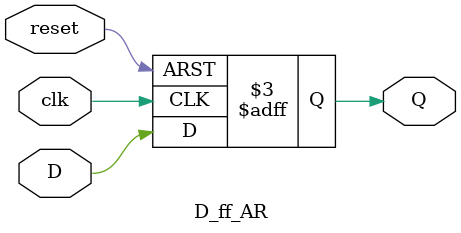
<source format=v>
module D_ff_AR(Q,D,clk,reset);

input D,clk,reset;
output Q;
reg Q;

	always@(posedge clk,negedge reset) begin
		if(!reset) Q<=1'b0;
		else Q<=D;
	end
	
endmodule


</source>
